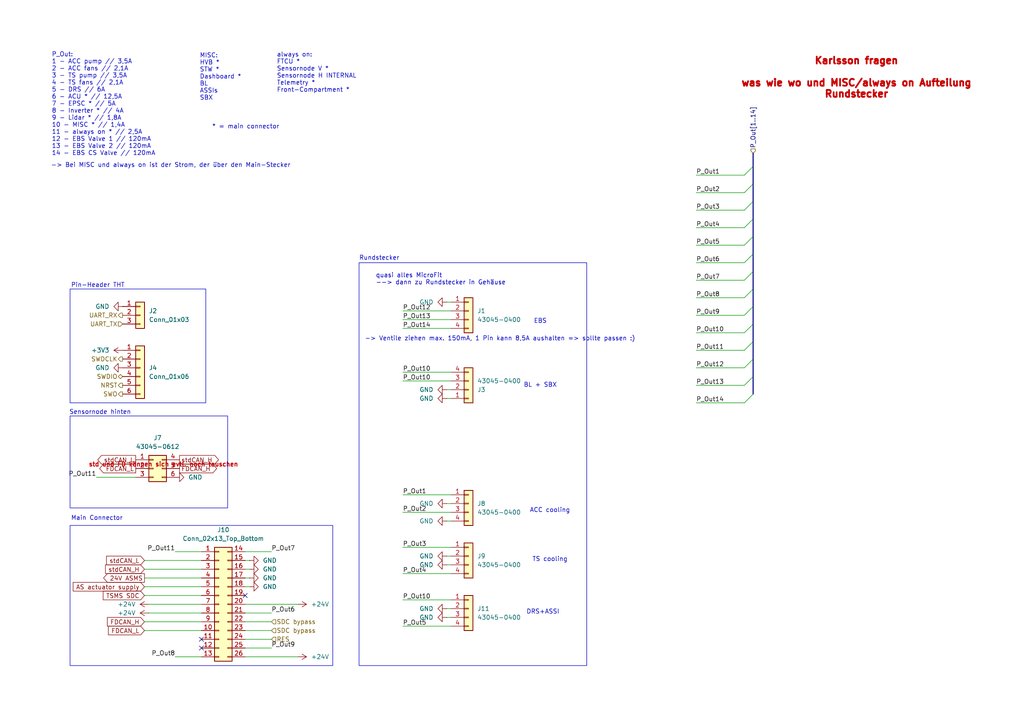
<source format=kicad_sch>
(kicad_sch (version 20231120) (generator "eeschema") (generator_version "8.0")
  (paper "A4")
  (title_block (title "PDU FT25") (date "2024-11-23") (rev "V1.1") (company "Janek Herm") (comment 1 "FaSTTUBe Electronics"))
  (lib_symbols
    (symbol "Connector_Generic:Conn_01x03" (pin_names (offset 1.016) hide)
      (property "Reference" "J" (at 0 5.08 0))
      (property "Value" "Conn_01x03" (at 0 -5.08 0))
      (symbol "Conn_01x03_1_1"
        (rectangle (start -1.27 -2.413) (end 0 -2.667) (stroke (width 0.1524)))
        (rectangle (start -1.27 0.127) (end 0 -0.127) (stroke (width 0.1524)))
        (rectangle (start -1.27 2.667) (end 0 2.413) (stroke (width 0.1524)))
        (rectangle (start -1.27 3.81) (end 1.27 -3.81) (stroke (width 0.254)) (fill (type background)))
        (pin passive line (at -5.08 2.54 0) (length 3.81) (name "Pin_1") (number "1"))
        (pin passive line (at -5.08 0 0) (length 3.81) (name "Pin_2") (number "2"))
        (pin passive line (at -5.08 -2.54 0) (length 3.81) (name "Pin_3") (number "3"))
      )
    )
    (symbol "Connector_Generic:Conn_01x04" (pin_names (offset 1.016) hide)
      (property "Reference" "J" (at 0 5.08 0))
      (property "Value" "Conn_01x04" (at 0 -7.62 0))
      (symbol "Conn_01x04_1_1"
        (rectangle (start -1.27 -4.953) (end 0 -5.207) (stroke (width 0.1524)))
        (rectangle (start -1.27 -2.413) (end 0 -2.667) (stroke (width 0.1524)))
        (rectangle (start -1.27 0.127) (end 0 -0.127) (stroke (width 0.1524)))
        (rectangle (start -1.27 2.667) (end 0 2.413) (stroke (width 0.1524)))
        (rectangle (start -1.27 3.81) (end 1.27 -6.35) (stroke (width 0.254)) (fill (type background)))
        (pin passive line (at -5.08 2.54 0) (length 3.81) (name "Pin_1") (number "1"))
        (pin passive line (at -5.08 0 0) (length 3.81) (name "Pin_2") (number "2"))
        (pin passive line (at -5.08 -2.54 0) (length 3.81) (name "Pin_3") (number "3"))
        (pin passive line (at -5.08 -5.08 0) (length 3.81) (name "Pin_4") (number "4"))
      )
    )
    (symbol "Connector_Generic:Conn_01x06" (pin_names (offset 1.016) hide)
      (property "Reference" "J" (at 0 7.62 0))
      (property "Value" "Conn_01x06" (at 0 -10.16 0))
      (symbol "Conn_01x06_1_1"
        (rectangle (start -1.27 -7.493) (end 0 -7.747) (stroke (width 0.1524)))
        (rectangle (start -1.27 -4.953) (end 0 -5.207) (stroke (width 0.1524)))
        (rectangle (start -1.27 -2.413) (end 0 -2.667) (stroke (width 0.1524)))
        (rectangle (start -1.27 0.127) (end 0 -0.127) (stroke (width 0.1524)))
        (rectangle (start -1.27 2.667) (end 0 2.413) (stroke (width 0.1524)))
        (rectangle (start -1.27 5.207) (end 0 4.953) (stroke (width 0.1524)))
        (rectangle (start -1.27 6.35) (end 1.27 -8.89) (stroke (width 0.254)) (fill (type background)))
        (pin passive line (at -5.08 5.08 0) (length 3.81) (name "Pin_1") (number "1"))
        (pin passive line (at -5.08 2.54 0) (length 3.81) (name "Pin_2") (number "2"))
        (pin passive line (at -5.08 0 0) (length 3.81) (name "Pin_3") (number "3"))
        (pin passive line (at -5.08 -2.54 0) (length 3.81) (name "Pin_4") (number "4"))
        (pin passive line (at -5.08 -5.08 0) (length 3.81) (name "Pin_5") (number "5"))
        (pin passive line (at -5.08 -7.62 0) (length 3.81) (name "Pin_6") (number "6"))
      )
    )
    (symbol "Connector_Generic:Conn_02x03_Top_Bottom" (pin_names (offset 1.016) hide)
      (property "Reference" "J" (at 1.27 5.08 0))
      (property "Value" "Conn_02x03_Top_Bottom" (at 1.27 -5.08 0))
      (symbol "Conn_02x03_Top_Bottom_1_1"
        (rectangle (start -1.27 -2.413) (end 0 -2.667) (stroke (width 0.1524)))
        (rectangle (start -1.27 0.127) (end 0 -0.127) (stroke (width 0.1524)))
        (rectangle (start -1.27 2.667) (end 0 2.413) (stroke (width 0.1524)))
        (rectangle (start -1.27 3.81) (end 3.81 -3.81) (stroke (width 0.254)) (fill (type background)))
        (rectangle (start 3.81 -2.413) (end 2.54 -2.667) (stroke (width 0.1524)))
        (rectangle (start 3.81 0.127) (end 2.54 -0.127) (stroke (width 0.1524)))
        (rectangle (start 3.81 2.667) (end 2.54 2.413) (stroke (width 0.1524)))
        (pin passive line (at -5.08 2.54 0) (length 3.81) (name "Pin_1") (number "1"))
        (pin passive line (at -5.08 0 0) (length 3.81) (name "Pin_2") (number "2"))
        (pin passive line (at -5.08 -2.54 0) (length 3.81) (name "Pin_3") (number "3"))
        (pin passive line (at 7.62 2.54 180) (length 3.81) (name "Pin_4") (number "4"))
        (pin passive line (at 7.62 0 180) (length 3.81) (name "Pin_5") (number "5"))
        (pin passive line (at 7.62 -2.54 180) (length 3.81) (name "Pin_6") (number "6"))
      )
    )
    (symbol "Connector_Generic:Conn_02x13_Top_Bottom" (pin_names (offset 1.016) hide)
      (property "Reference" "J" (at 1.27 17.78 0))
      (property "Value" "Conn_02x13_Top_Bottom" (at 1.27 -17.78 0))
      (symbol "Conn_02x13_Top_Bottom_1_1"
        (rectangle (start -1.27 -15.113) (end 0 -15.367) (stroke (width 0.1524)))
        (rectangle (start -1.27 -12.573) (end 0 -12.827) (stroke (width 0.1524)))
        (rectangle (start -1.27 -10.033) (end 0 -10.287) (stroke (width 0.1524)))
        (rectangle (start -1.27 -7.493) (end 0 -7.747) (stroke (width 0.1524)))
        (rectangle (start -1.27 -4.953) (end 0 -5.207) (stroke (width 0.1524)))
        (rectangle (start -1.27 -2.413) (end 0 -2.667) (stroke (width 0.1524)))
        (rectangle (start -1.27 0.127) (end 0 -0.127) (stroke (width 0.1524)))
        (rectangle (start -1.27 2.667) (end 0 2.413) (stroke (width 0.1524)))
        (rectangle (start -1.27 5.207) (end 0 4.953) (stroke (width 0.1524)))
        (rectangle (start -1.27 7.747) (end 0 7.493) (stroke (width 0.1524)))
        (rectangle (start -1.27 10.287) (end 0 10.033) (stroke (width 0.1524)))
        (rectangle (start -1.27 12.827) (end 0 12.573) (stroke (width 0.1524)))
        (rectangle (start -1.27 15.367) (end 0 15.113) (stroke (width 0.1524)))
        (rectangle (start -1.27 16.51) (end 3.81 -16.51) (stroke (width 0.254)) (fill (type background)))
        (rectangle (start 3.81 -15.113) (end 2.54 -15.367) (stroke (width 0.1524)))
        (rectangle (start 3.81 -12.573) (end 2.54 -12.827) (stroke (width 0.1524)))
        (rectangle (start 3.81 -10.033) (end 2.54 -10.287) (stroke (width 0.1524)))
        (rectangle (start 3.81 -7.493) (end 2.54 -7.747) (stroke (width 0.1524)))
        (rectangle (start 3.81 -4.953) (end 2.54 -5.207) (stroke (width 0.1524)))
        (rectangle (start 3.81 -2.413) (end 2.54 -2.667) (stroke (width 0.1524)))
        (rectangle (start 3.81 0.127) (end 2.54 -0.127) (stroke (width 0.1524)))
        (rectangle (start 3.81 2.667) (end 2.54 2.413) (stroke (width 0.1524)))
        (rectangle (start 3.81 5.207) (end 2.54 4.953) (stroke (width 0.1524)))
        (rectangle (start 3.81 7.747) (end 2.54 7.493) (stroke (width 0.1524)))
        (rectangle (start 3.81 10.287) (end 2.54 10.033) (stroke (width 0.1524)))
        (rectangle (start 3.81 12.827) (end 2.54 12.573) (stroke (width 0.1524)))
        (rectangle (start 3.81 15.367) (end 2.54 15.113) (stroke (width 0.1524)))
        (pin passive line (at -5.08 15.24 0) (length 3.81) (name "Pin_1") (number "1"))
        (pin passive line (at -5.08 -7.62 0) (length 3.81) (name "Pin_10") (number "10"))
        (pin passive line (at -5.08 -10.16 0) (length 3.81) (name "Pin_11") (number "11"))
        (pin passive line (at -5.08 -12.7 0) (length 3.81) (name "Pin_12") (number "12"))
        (pin passive line (at -5.08 -15.24 0) (length 3.81) (name "Pin_13") (number "13"))
        (pin passive line (at 7.62 15.24 180) (length 3.81) (name "Pin_14") (number "14"))
        (pin passive line (at 7.62 12.7 180) (length 3.81) (name "Pin_15") (number "15"))
        (pin passive line (at 7.62 10.16 180) (length 3.81) (name "Pin_16") (number "16"))
        (pin passive line (at 7.62 7.62 180) (length 3.81) (name "Pin_17") (number "17"))
        (pin passive line (at 7.62 5.08 180) (length 3.81) (name "Pin_18") (number "18"))
        (pin passive line (at 7.62 2.54 180) (length 3.81) (name "Pin_19") (number "19"))
        (pin passive line (at -5.08 12.7 0) (length 3.81) (name "Pin_2") (number "2"))
        (pin passive line (at 7.62 0 180) (length 3.81) (name "Pin_20") (number "20"))
        (pin passive line (at 7.62 -2.54 180) (length 3.81) (name "Pin_21") (number "21"))
        (pin passive line (at 7.62 -5.08 180) (length 3.81) (name "Pin_22") (number "22"))
        (pin passive line (at 7.62 -7.62 180) (length 3.81) (name "Pin_23") (number "23"))
        (pin passive line (at 7.62 -10.16 180) (length 3.81) (name "Pin_24") (number "24"))
        (pin passive line (at 7.62 -12.7 180) (length 3.81) (name "Pin_25") (number "25"))
        (pin passive line (at 7.62 -15.24 180) (length 3.81) (name "Pin_26") (number "26"))
        (pin passive line (at -5.08 10.16 0) (length 3.81) (name "Pin_3") (number "3"))
        (pin passive line (at -5.08 7.62 0) (length 3.81) (name "Pin_4") (number "4"))
        (pin passive line (at -5.08 5.08 0) (length 3.81) (name "Pin_5") (number "5"))
        (pin passive line (at -5.08 2.54 0) (length 3.81) (name "Pin_6") (number "6"))
        (pin passive line (at -5.08 0 0) (length 3.81) (name "Pin_7") (number "7"))
        (pin passive line (at -5.08 -2.54 0) (length 3.81) (name "Pin_8") (number "8"))
        (pin passive line (at -5.08 -5.08 0) (length 3.81) (name "Pin_9") (number "9"))
      )
    )
    (symbol "power:+24V" (power) (pin_numbers hide) (pin_names (offset 0) hide)
      (property "Value" "+24V" (at 0 3.556 0))
      (symbol "+24V_0_1"
        (polyline (pts (xy -0.762 1.27) (xy 0 2.54)))
        (polyline (pts (xy 0 0) (xy 0 2.54)))
        (polyline (pts (xy 0 2.54) (xy 0.762 1.27)))
      )
      (symbol "+24V_1_1"
        (pin power_in line (at 0 0 90) (length 0) (name "~") (number "1"))
      )
    )
    (symbol "power:+3.3V" (power) (pin_numbers hide) (pin_names (offset 0) hide)
      (property "Value" "+3.3V" (at 0 3.556 0))
      (symbol "+3.3V_0_1"
        (polyline (pts (xy -0.762 1.27) (xy 0 2.54)))
        (polyline (pts (xy 0 0) (xy 0 2.54)))
        (polyline (pts (xy 0 2.54) (xy 0.762 1.27)))
      )
      (symbol "+3.3V_1_1"
        (pin power_in line (at 0 0 90) (length 0) (name "~") (number "1"))
      )
    )
    (symbol "power:GND" (power) (pin_numbers hide) (pin_names (offset 0) hide)
      (property "Value" "GND" (at 0 -3.81 0))
      (symbol "GND_0_1"
        (polyline (pts (xy 0 0) (xy 0 -1.27) (xy 1.27 -1.27) (xy 0 -2.54) (xy -1.27 -1.27) (xy 0 -1.27)))
      )
      (symbol "GND_1_1"
        (pin power_in line (at 0 0 270) (length 0) (name "~") (number "1"))
      )
    )
  )
  (no_connect (at 58.42 187.96))
  (no_connect (at 71.12 172.72))
  (no_connect (at 58.42 185.42))
  (bus_entry (at 215.9 66.04) (size 2.54 -2.54))
  (bus_entry (at 215.9 55.88) (size 2.54 -2.54))
  (bus_entry (at 215.9 116.84) (size 2.54 -2.54))
  (bus_entry (at 215.9 86.36) (size 2.54 -2.54))
  (bus_entry (at 215.9 91.44) (size 2.54 -2.54))
  (bus_entry (at 215.9 76.2) (size 2.54 -2.54))
  (bus_entry (at 215.9 50.8) (size 2.54 -2.54))
  (bus_entry (at 215.9 71.12) (size 2.54 -2.54))
  (bus_entry (at 215.9 96.52) (size 2.54 -2.54))
  (bus_entry (at 215.9 106.68) (size 2.54 -2.54))
  (bus_entry (at 215.9 60.96) (size 2.54 -2.54))
  (bus_entry (at 215.9 101.6) (size 2.54 -2.54))
  (bus_entry (at 215.9 111.76) (size 2.54 -2.54))
  (bus_entry (at 215.9 81.28) (size 2.54 -2.54))
  (wire (pts (xy 201.93 106.68) (xy 215.9 106.68)))
  (wire (pts (xy 116.84 148.59) (xy 130.81 148.59)))
  (bus (pts (xy 218.44 99.06) (xy 218.44 104.14)))
  (bus (pts (xy 218.44 78.74) (xy 218.44 83.82)))
  (wire (pts (xy 116.84 92.71) (xy 130.81 92.71)))
  (wire (pts (xy 201.93 111.76) (xy 215.9 111.76)))
  (wire (pts (xy 86.36 190.5) (xy 71.12 190.5)))
  (wire (pts (xy 41.91 172.72) (xy 58.42 172.72)))
  (wire (pts (xy 116.84 95.25) (xy 130.81 95.25)))
  (bus (pts (xy 218.44 83.82) (xy 218.44 88.9)))
  (wire (pts (xy 116.84 166.37) (xy 130.81 166.37)))
  (wire (pts (xy 201.93 91.44) (xy 215.9 91.44)))
  (wire (pts (xy 41.91 162.56) (xy 58.42 162.56)))
  (wire (pts (xy 58.42 170.18) (xy 41.91 170.18)))
  (wire (pts (xy 201.93 116.84) (xy 215.9 116.84)))
  (bus (pts (xy 218.44 104.14) (xy 218.44 109.22)))
  (wire (pts (xy 72.39 165.1) (xy 71.12 165.1)))
  (wire (pts (xy 58.42 160.02) (xy 50.8 160.02)))
  (wire (pts (xy 201.93 86.36) (xy 215.9 86.36)))
  (bus (pts (xy 218.44 73.66) (xy 218.44 78.74)))
  (wire (pts (xy 201.93 96.52) (xy 215.9 96.52)))
  (wire (pts (xy 201.93 76.2) (xy 215.9 76.2)))
  (wire (pts (xy 201.93 71.12) (xy 215.9 71.12)))
  (wire (pts (xy 129.54 163.83) (xy 130.81 163.83)))
  (wire (pts (xy 86.36 175.26) (xy 71.12 175.26)))
  (bus (pts (xy 218.44 58.42) (xy 218.44 63.5)))
  (wire (pts (xy 201.93 55.88) (xy 215.9 55.88)))
  (wire (pts (xy 201.93 81.28) (xy 215.9 81.28)))
  (bus (pts (xy 218.44 93.98) (xy 218.44 99.06)))
  (bus (pts (xy 218.44 68.58) (xy 218.44 73.66)))
  (wire (pts (xy 72.39 170.18) (xy 71.12 170.18)))
  (wire (pts (xy 129.54 113.03) (xy 130.81 113.03)))
  (wire (pts (xy 71.12 182.88) (xy 78.74 182.88)))
  (wire (pts (xy 129.54 161.29) (xy 130.81 161.29)))
  (wire (pts (xy 116.84 143.51) (xy 130.81 143.51)))
  (wire (pts (xy 201.93 66.04) (xy 215.9 66.04)))
  (wire (pts (xy 116.84 173.99) (xy 130.81 173.99)))
  (wire (pts (xy 43.18 175.26) (xy 58.42 175.26)))
  (wire (pts (xy 58.42 190.5) (xy 50.8 190.5)))
  (bus (pts (xy 218.44 44.45) (xy 218.44 48.26)))
  (bus (pts (xy 218.44 109.22) (xy 218.44 114.3)))
  (bus (pts (xy 218.44 48.26) (xy 218.44 53.34)))
  (wire (pts (xy 201.93 60.96) (xy 215.9 60.96)))
  (wire (pts (xy 129.54 176.53) (xy 130.81 176.53)))
  (wire (pts (xy 130.81 110.49) (xy 116.84 110.49)))
  (wire (pts (xy 71.12 160.02) (xy 78.74 160.02)))
  (bus (pts (xy 218.44 53.34) (xy 218.44 58.42)))
  (wire (pts (xy 129.54 179.07) (xy 130.81 179.07)))
  (wire (pts (xy 27.94 138.43) (xy 39.37 138.43)))
  (wire (pts (xy 72.39 162.56) (xy 71.12 162.56)))
  (wire (pts (xy 129.54 151.13) (xy 130.81 151.13)))
  (wire (pts (xy 41.91 167.64) (xy 58.42 167.64)))
  (wire (pts (xy 41.91 165.1) (xy 58.42 165.1)))
  (wire (pts (xy 71.12 177.8) (xy 78.74 177.8)))
  (wire (pts (xy 72.39 167.64) (xy 71.12 167.64)))
  (bus (pts (xy 218.44 63.5) (xy 218.44 68.58)))
  (wire (pts (xy 201.93 101.6) (xy 215.9 101.6)))
  (wire (pts (xy 43.18 177.8) (xy 58.42 177.8)))
  (wire (pts (xy 71.12 187.96) (xy 78.74 187.96)))
  (wire (pts (xy 41.91 182.88) (xy 58.42 182.88)))
  (wire (pts (xy 71.12 180.34) (xy 78.74 180.34)))
  (wire (pts (xy 116.84 107.95) (xy 130.81 107.95)))
  (bus (pts (xy 218.44 88.9) (xy 218.44 93.98)))
  (wire (pts (xy 116.84 181.61) (xy 130.81 181.61)))
  (wire (pts (xy 129.54 87.63) (xy 130.81 87.63)))
  (wire (pts (xy 129.54 115.57) (xy 130.81 115.57)))
  (wire (pts (xy 201.93 50.8) (xy 215.9 50.8)))
  (wire (pts (xy 71.12 185.42) (xy 78.74 185.42)))
  (wire (pts (xy 116.84 90.17) (xy 130.81 90.17)))
  (wire (pts (xy 116.84 158.75) (xy 130.81 158.75)))
  (wire (pts (xy 129.54 146.05) (xy 130.81 146.05)))
  (wire (pts (xy 41.91 180.34) (xy 58.42 180.34)))
  (wire (pts (xy 50.8 138.43) (xy 52.07 138.43)))
  (rectangle (start 20.32 83.82) (end 59.69 116.84))
  (rectangle (start 104.14 76.2) (end 170.18 193.04))
  (rectangle (start 20.32 152.4) (end 96.52 193.04))
  (rectangle (start 20.32 120.65) (end 66.04 147.32))
  (text "* = main connector" (at 61.468 36.83 0) (effects (font (size 1.27 1.27)) (justify left)))
  (text "DRS+ASSI" (at 157.48 177.546 0) (effects (font (size 1.27 1.27))))
  (text "Pin-Header THT" (at 20.574 82.804 0) (effects (font (size 1.27 1.27)) (justify left)))
  (text "quasi alles MicroFit\n--> dann zu Rundstecker in Gehäuse" (at 108.966 81.026 0) (effects (font (size 1.27 1.27) (thickness 0.1588)) (justify left)))
  (text "Sensornode hinten" (at 20.066 119.634 0) (effects (font (size 1.27 1.27)) (justify left)))
  (text "Rundstecker" (at 104.14 74.93 0) (effects (font (size 1.27 1.27)) (justify left)))
  (text "Karlsson fragen\n\nwas wie wo und MISC/always on Aufteilung\nRundstecker" (at 248.412 22.606 0) (effects (font (size 2 2) (thickness 0.7) (bold yes))))
  (text "Main Connector" (at 20.574 150.368 0) (effects (font (size 1.27 1.27)) (justify left)))
  (text "-> Ventile ziehen max. 150mA, 1 Pin kann 8,5A aushalten => sollte passen :)" (at 145.034 98.298 0) (effects (font (size 1.27 1.27))))
  (text "EBS" (at 156.718 93.218 0) (effects (font (size 1.27 1.27))))
  (text "MISC:\nHVB *\nSTW *\nDashboard *\nBL\nASSIs\nSBX" (at 57.912 22.352 0) (effects (font (size 1.27 1.27)) (justify left)))
  (text "-> Bei MISC und always on ist der Strom, der über den Main-Stecker" (at 49.53 48.006 0) (effects (font (size 1.27 1.27))))
  (text "TS cooling" (at 159.512 162.306 0) (effects (font (size 1.27 1.27))))
  (text "std und FD können sich evtl. noch tauschen" (at 25.654 134.874 0) (effects (font (size 1.27 1.27) (thickness 0.254) (bold yes)) (justify left)))
  (text "P_Out:\n1 - ACC pump // 3,5A\n2 - ACC fans // 2,1A\n3 - TS pump // 3,5A\n4 - TS fans // 2,1A\n5 - DRS // 6A\n6 - ACU * // 12,5A\n7 - EPSC * // 5A\n8 - Inverter * // 4A\n9 - Lidar * // 1,8A\n10 - MISC * // 1,4A\n11 - always on * // 2,5A\n12 - EBS Valve 1 // 120mA\n13 - EBS Valve 2 // 120mA\n14 - EBS CS Valve // 120mA" (at 14.986 30.226 0) (effects (font (size 1.27 1.27)) (justify left)))
  (text "BL + SBX" (at 156.718 111.76 0) (effects (font (size 1.27 1.27))))
  (text "ACC cooling" (at 159.512 148.082 0) (effects (font (size 1.27 1.27))))
  (text "always on:\nFTCU *\nSensornode V *\nSensornode H INTERNAL\nTelemetry * \nFront-Compartment *" (at 80.264 21.082 0) (effects (font (size 1.27 1.27)) (justify left)))
  (label "P_Out10" (at 201.93 96.52 0))
  (label "P_Out7" (at 78.74 160.02 0))
  (label "P_Out3" (at 201.93 60.96 0))
  (label "P_Out1" (at 201.93 50.8 0))
  (label "P_Out8" (at 201.93 86.36 0))
  (label "P_Out13" (at 201.93 111.76 0))
  (label "P_Out5" (at 116.84 181.61 0))
  (label "P_Out1" (at 116.84 143.51 0))
  (label "P_Out9" (at 201.93 91.44 0))
  (label "P_Out10" (at 116.84 107.95 0))
  (label "P_Out11" (at 201.93 101.6 0))
  (label "P_Out5" (at 201.93 71.12 0))
  (label "P_Out9" (at 78.74 187.96 0))
  (label "P_Out12" (at 201.93 106.68 0))
  (label "P_Out2" (at 201.93 55.88 0))
  (label "P_Out12" (at 116.84 90.17 0))
  (label "P_Out11" (at 27.94 138.43 180))
  (label "P_Out8" (at 50.8 190.5 180))
  (label "P_Out11" (at 50.8 160.02 180))
  (label "P_Out14" (at 116.84 95.25 0))
  (label "P_Out4" (at 116.84 166.37 0))
  (label "P_Out6" (at 78.74 177.8 0))
  (label "P_Out7" (at 201.93 81.28 0))
  (label "P_Out2" (at 116.84 148.59 0))
  (label "P_Out10" (at 116.84 110.49 0))
  (label "P_Out10" (at 116.84 173.99 0))
  (label "P_Out3" (at 116.84 158.75 0))
  (label "P_Out13" (at 116.84 92.71 0))
  (label "P_Out14" (at 201.93 116.84 0))
  (label "P_Out4" (at 201.93 66.04 0))
  (label "P_Out6" (at 201.93 76.2 0))
  (global_label "TSMS SDC" (shape input) (at 41.91 172.72 180) (property "Intersheetrefs" "${INTERSHEET_REFS}" (effects (hide yes))))
  (global_label "stdCAN_H" (shape output) (at 52.07 133.35 0) (property "Intersheetrefs" "${INTERSHEET_REFS}" (effects (hide yes))))
  (global_label "FDCAN_H" (shape output) (at 52.07 135.89 0) (property "Intersheetrefs" "${INTERSHEET_REFS}" (effects (hide yes))))
  (global_label "stdCAN_L" (shape input) (at 41.91 162.56 180) (property "Intersheetrefs" "${INTERSHEET_REFS}" (effects (hide yes))))
  (global_label "FDCAN_L" (shape output) (at 39.37 135.89 180) (property "Intersheetrefs" "${INTERSHEET_REFS}" (effects (hide yes))))
  (global_label "FDCAN_L" (shape input) (at 41.91 182.88 180) (property "Intersheetrefs" "${INTERSHEET_REFS}" (effects (hide yes))))
  (global_label "stdCAN_H" (shape input) (at 41.91 165.1 180) (property "Intersheetrefs" "${INTERSHEET_REFS}" (effects (hide yes))))
  (global_label "24V ASMS" (shape output) (at 41.91 167.64 180) (property "Intersheetrefs" "${INTERSHEET_REFS}" (effects (hide yes))))
  (global_label "stdCAN_L" (shape output) (at 39.37 133.35 180) (property "Intersheetrefs" "${INTERSHEET_REFS}" (effects (hide yes))))
  (global_label "FDCAN_H" (shape input) (at 41.91 180.34 180) (property "Intersheetrefs" "${INTERSHEET_REFS}" (effects (hide yes))))
  (global_label "AS actuator supply" (shape input) (at 41.91 170.18 180) (property "Intersheetrefs" "${INTERSHEET_REFS}" (effects (hide yes))))
  (hierarchical_label "P_Out[1..14]" (shape input) (at 218.44 44.45 90) (effects (font (thickness 0.1588))))
  (hierarchical_label "SWDIO" (shape bidirectional) (at 35.56 109.22 180) (effects (font (thickness 0.1588))))
  (hierarchical_label "SWO" (shape output) (at 35.56 114.3 180))
  (hierarchical_label "RES" (shape input) (at 78.74 185.42 0))
  (hierarchical_label "UART_TX" (shape input) (at 35.56 93.98 180))
  (hierarchical_label "SDC bypass" (shape input) (at 78.74 180.34 0))
  (hierarchical_label "NRST" (shape output) (at 35.56 111.76 180) (effects (font (thickness 0.1588))))
  (hierarchical_label "SWDCLK" (shape output) (at 35.56 104.14 180))
  (hierarchical_label "UART_RX" (shape output) (at 35.56 91.44 180))
  (hierarchical_label "SDC bypass" (shape input) (at 78.74 182.88 0))
  (symbol (lib_id "Connector_Generic:Conn_01x04") (at 135.89 90.17 0) (unit 1)
    (property "Reference" "J1" (at 138.43 90.1699 0) (effects (justify left)))
    (property "Value" "43045-0400" (at 138.43 92.7099 0) (effects (justify left)))
    (property "Footprint" "43045-0400:43045-04_00,01,02,10_" (effects (hide yes)))
    (property "Description" "Generic connector, single row, 01x04, script generated (kicad-library-utils/schlib/autogen/connector/)" (effects (hide yes)))
  )
  (symbol (lib_id "power:GND") (at 129.54 176.53 270) (mirror x) (unit 1)
    (property "Reference" "#PWR0215" (effects (hide yes)))
    (property "Value" "GND" (at 125.73 176.5299 90) (effects (justify right)))
    (property "Description" "Power symbol creates a global label with name \"GND\" , ground" (effects (hide yes)))
  )
  (symbol (lib_id "power:+3.3V") (at 35.56 101.6 90) (unit 1)
    (property "Reference" "#PWR035" (effects (hide yes)))
    (property "Value" "+3V3" (at 31.75 101.5999 90) (effects (justify left)))
    (property "Description" "Power symbol creates a global label with name \"+3.3V\"" (effects (hide yes)))
  )
  (symbol (lib_id "power:GND") (at 129.54 179.07 270) (unit 1)
    (property "Reference" "#PWR0214" (effects (hide yes)))
    (property "Value" "GND" (at 125.73 179.0701 90) (effects (justify right)))
    (property "Description" "Power symbol creates a global label with name \"GND\" , ground" (effects (hide yes)))
  )
  (symbol (lib_id "power:GND") (at 129.54 113.03 270) (mirror x) (unit 1)
    (property "Reference" "#PWR0221" (effects (hide yes)))
    (property "Value" "GND" (at 125.73 113.0299 90) (effects (justify right)))
    (property "Description" "Power symbol creates a global label with name \"GND\" , ground" (effects (hide yes)))
  )
  (symbol (lib_id "power:+24V") (at 43.18 175.26 90) (mirror x) (unit 1)
    (property "Reference" "#PWR0196" (effects (hide yes)))
    (property "Value" "+24V" (at 39.37 175.2601 90) (effects (justify left)))
    (property "Description" "Power symbol creates a global label with name \"+24V\"" (effects (hide yes)))
  )
  (symbol (lib_id "Connector_Generic:Conn_01x04") (at 135.89 146.05 0) (unit 1)
    (property "Reference" "J8" (at 138.43 146.0499 0) (effects (justify left)))
    (property "Value" "43045-0400" (at 138.43 148.5899 0) (effects (justify left)))
    (property "Footprint" "43045-0400:43045-04_00,01,02,10_" (effects (hide yes)))
    (property "Description" "Generic connector, single row, 01x04, script generated (kicad-library-utils/schlib/autogen/connector/)" (effects (hide yes)))
  )
  (symbol (lib_id "power:GND") (at 72.39 162.56 90) (unit 1)
    (property "Reference" "#PWR045" (effects (hide yes)))
    (property "Value" "GND" (at 76.2 162.5599 90) (effects (justify right)))
    (property "Description" "Power symbol creates a global label with name \"GND\" , ground" (effects (hide yes)))
  )
  (symbol (lib_id "power:GND") (at 35.56 88.9 270) (unit 1)
    (property "Reference" "#PWR034" (effects (hide yes)))
    (property "Value" "GND" (at 31.75 88.8999 90) (effects (justify right)))
    (property "Description" "Power symbol creates a global label with name \"GND\" , ground" (effects (hide yes)))
  )
  (symbol (lib_id "Connector_Generic:Conn_01x04") (at 135.89 113.03 0) (mirror x) (unit 1)
    (property "Reference" "J3" (at 138.43 113.0301 0) (effects (justify left)))
    (property "Value" "43045-0400" (at 138.43 110.4901 0) (effects (justify left)))
    (property "Footprint" "43045-0400:43045-04_00,01,02,10_" (effects (hide yes)))
    (property "Description" "Generic connector, single row, 01x04, script generated (kicad-library-utils/schlib/autogen/connector/)" (effects (hide yes)))
  )
  (symbol (lib_id "power:GND") (at 72.39 170.18 90) (unit 1)
    (property "Reference" "#PWR0213" (effects (hide yes)))
    (property "Value" "GND" (at 76.2 170.1799 90) (effects (justify right)))
    (property "Description" "Power symbol creates a global label with name \"GND\" , ground" (effects (hide yes)))
  )
  (symbol (lib_id "power:GND") (at 129.54 146.05 270) (mirror x) (unit 1)
    (property "Reference" "#PWR0219" (effects (hide yes)))
    (property "Value" "GND" (at 125.73 146.0499 90) (effects (justify right)))
    (property "Description" "Power symbol creates a global label with name \"GND\" , ground" (effects (hide yes)))
  )
  (symbol (lib_id "power:GND") (at 72.39 165.1 90) (unit 1)
    (property "Reference" "#PWR0195" (effects (hide yes)))
    (property "Value" "GND" (at 76.2 165.0999 90) (effects (justify right)))
    (property "Description" "Power symbol creates a global label with name \"GND\" , ground" (effects (hide yes)))
  )
  (symbol (lib_id "Connector_Generic:Conn_01x06") (at 40.64 106.68 0) (unit 1)
    (property "Reference" "J4" (at 43.18 106.6799 0) (effects (justify left)))
    (property "Value" "Conn_01x06" (at 43.18 109.2199 0) (effects (justify left)))
    (property "Footprint" "Connector_PinHeader_2.54mm:PinHeader_1x06_P2.54mm_Vertical" (effects (hide yes)))
    (property "Description" "Generic connector, single row, 01x06, script generated (kicad-library-utils/schlib/autogen/connector/)" (effects (hide yes)))
  )
  (symbol (lib_id "power:+24V") (at 86.36 190.5 270) (unit 1)
    (property "Reference" "#PWR044" (effects (hide yes)))
    (property "Value" "+24V" (at 90.17 190.5001 90) (effects (justify left)))
    (property "Description" "Power symbol creates a global label with name \"+24V\"" (effects (hide yes)))
  )
  (symbol (lib_id "Connector_Generic:Conn_01x04") (at 135.89 176.53 0) (unit 1)
    (property "Reference" "J11" (at 138.43 176.5299 0) (effects (justify left)))
    (property "Value" "43045-0400" (at 138.43 179.0699 0) (effects (justify left)))
    (property "Footprint" "43045-0400:43045-04_00,01,02,10_" (effects (hide yes)))
    (property "Description" "Generic connector, single row, 01x04, script generated (kicad-library-utils/schlib/autogen/connector/)" (effects (hide yes)))
  )
  (symbol (lib_id "power:+24V") (at 43.18 177.8 90) (mirror x) (unit 1)
    (property "Reference" "#PWR0156" (effects (hide yes)))
    (property "Value" "+24V" (at 39.37 177.8001 90) (effects (justify left)))
    (property "Description" "Power symbol creates a global label with name \"+24V\"" (effects (hide yes)))
  )
  (symbol (lib_id "Connector_Generic:Conn_02x13_Top_Bottom") (at 63.5 175.26 0) (unit 1)
    (property "Reference" "J10" (at 64.77 153.67 0))
    (property "Value" "Conn_02x13_Top_Bottom" (at 64.77 156.21 0))
    (property "Footprint" "6437288-4:64372884" (effects (hide yes)))
    (property "Description" "Generic connector, double row, 02x13, top/bottom pin numbering scheme (row 1: 1...pins_per_row, row2: pins_per_row+1 ... num_pins), script generated (kicad-library-utils/schlib/autogen/connector/)" (effects (hide yes)))
  )
  (symbol (lib_id "power:GND") (at 129.54 161.29 270) (mirror x) (unit 1)
    (property "Reference" "#PWR0217" (effects (hide yes)))
    (property "Value" "GND" (at 125.73 161.2899 90) (effects (justify right)))
    (property "Description" "Power symbol creates a global label with name \"GND\" , ground" (effects (hide yes)))
  )
  (symbol (lib_id "power:GND") (at 72.39 167.64 90) (unit 1)
    (property "Reference" "#PWR0205" (effects (hide yes)))
    (property "Value" "GND" (at 76.2 167.6399 90) (effects (justify right)))
    (property "Description" "Power symbol creates a global label with name \"GND\" , ground" (effects (hide yes)))
  )
  (symbol (lib_id "Connector_Generic:Conn_01x04") (at 135.89 161.29 0) (unit 1)
    (property "Reference" "J9" (at 138.43 161.2899 0) (effects (justify left)))
    (property "Value" "43045-0400" (at 138.43 163.8299 0) (effects (justify left)))
    (property "Footprint" "43045-0400:43045-04_00,01,02,10_" (effects (hide yes)))
    (property "Description" "Generic connector, single row, 01x04, script generated (kicad-library-utils/schlib/autogen/connector/)" (effects (hide yes)))
  )
  (symbol (lib_id "power:+24V") (at 86.36 175.26 270) (unit 1)
    (property "Reference" "#PWR0206" (effects (hide yes)))
    (property "Value" "+24V" (at 90.17 175.2601 90) (effects (justify left)))
    (property "Description" "Power symbol creates a global label with name \"+24V\"" (effects (hide yes)))
  )
  (symbol (lib_id "Connector_Generic:Conn_02x03_Top_Bottom") (at 44.45 135.89 0) (unit 1)
    (property "Reference" "J7" (at 45.72 127 0))
    (property "Value" "43045-0612" (at 45.72 129.54 0))
    (property "Footprint" "Connector_Molex:Molex_Micro-Fit_3.0_43045-0612_2x03_P3.00mm_Vertical" (effects (hide yes)))
    (property "Description" "Generic connector, double row, 02x03, top/bottom pin numbering scheme (row 1: 1...pins_per_row, row2: pins_per_row+1 ... num_pins), script generated (kicad-library-utils/schlib/autogen/connector/)" (effects (hide yes)))
  )
  (symbol (lib_id "power:GND") (at 129.54 115.57 270) (mirror x) (unit 1)
    (property "Reference" "#PWR0220" (effects (hide yes)))
    (property "Value" "GND" (at 125.73 115.5699 90) (effects (justify right)))
    (property "Description" "Power symbol creates a global label with name \"GND\" , ground" (effects (hide yes)))
  )
  (symbol (lib_id "power:GND") (at 50.8 138.43 90) (unit 1)
    (property "Reference" "#PWR040" (effects (hide yes)))
    (property "Value" "GND" (at 54.61 138.4299 90) (effects (justify right)))
    (property "Description" "Power symbol creates a global label with name \"GND\" , ground" (effects (hide yes)))
  )
  (symbol (lib_id "power:GND") (at 129.54 163.83 270) (mirror x) (unit 1)
    (property "Reference" "#PWR0216" (effects (hide yes)))
    (property "Value" "GND" (at 125.73 163.8299 90) (effects (justify right)))
    (property "Description" "Power symbol creates a global label with name \"GND\" , ground" (effects (hide yes)))
  )
  (symbol (lib_id "Connector_Generic:Conn_01x03") (at 40.64 91.44 0) (unit 1)
    (property "Reference" "J2" (at 43.18 90.1699 0) (effects (justify left)))
    (property "Value" "Conn_01x03" (at 43.18 92.7099 0) (effects (justify left)))
    (property "Footprint" "Connector_PinHeader_2.54mm:PinHeader_1x03_P2.54mm_Vertical" (effects (hide yes)))
    (property "Description" "Generic connector, single row, 01x03, script generated (kicad-library-utils/schlib/autogen/connector/)" (effects (hide yes)))
  )
  (symbol (lib_id "power:GND") (at 35.56 106.68 270) (unit 1)
    (property "Reference" "#PWR037" (effects (hide yes)))
    (property "Value" "GND" (at 31.75 106.6799 90) (effects (justify right)))
    (property "Description" "Power symbol creates a global label with name \"GND\" , ground" (effects (hide yes)))
  )
  (symbol (lib_id "power:GND") (at 129.54 87.63 270) (mirror x) (unit 1)
    (property "Reference" "#PWR0222" (effects (hide yes)))
    (property "Value" "GND" (at 125.73 87.6299 90) (effects (justify right)))
    (property "Description" "Power symbol creates a global label with name \"GND\" , ground" (effects (hide yes)))
  )
  (symbol (lib_id "power:GND") (at 129.54 151.13 270) (mirror x) (unit 1)
    (property "Reference" "#PWR0218" (effects (hide yes)))
    (property "Value" "GND" (at 125.73 151.1299 90) (effects (justify right)))
    (property "Description" "Power symbol creates a global label with name \"GND\" , ground" (effects (hide yes)))
  )
)
</source>
